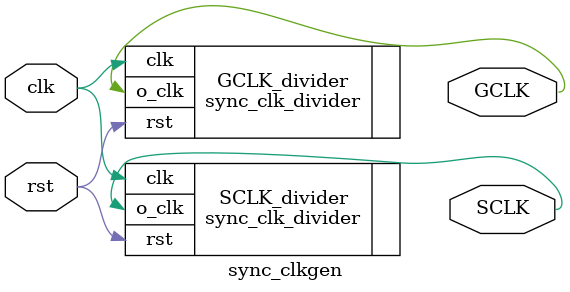
<source format=sv>
`default_nettype none

module sync_clkgen
#(
    parameter SCLK_FACTOR = 8, // SCLK division factor TODO choose value
    parameter GCLK_FACTOR = 4  // GCLK division factor  TODO choose value
)
(
    input wire  clk,
    input wire  rst,
    output wire SCLK,
    output wire GCLK
);

sync_clk_divider
#(
    .FACTOR(SCLK_FACTOR)
)
SCLK_divider
(
    .clk(clk),
    .rst(rst),
    .o_clk(SCLK)
);

sync_clk_divider 
#(
    .FACTOR(GCLK_FACTOR)
)
GCLK_divider
(
    .clk(clk),
    .rst(rst),
    .o_clk(GCLK)
);

endmodule

</source>
